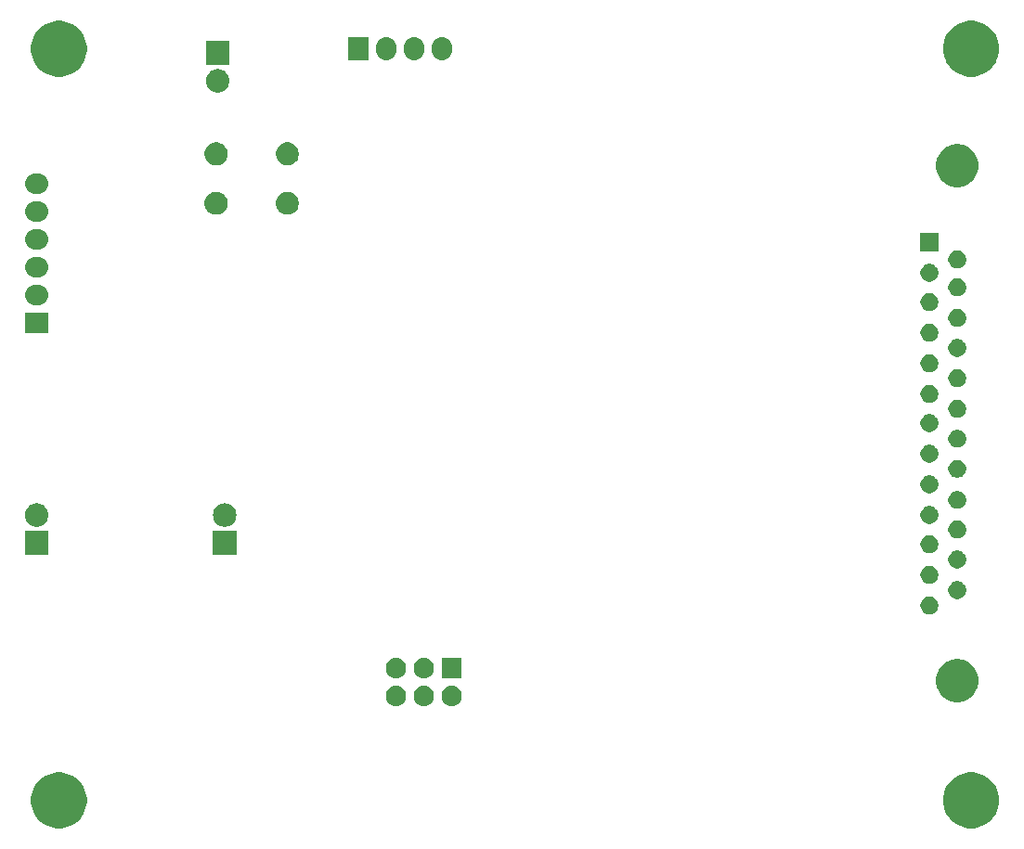
<source format=gbr>
G04 #@! TF.GenerationSoftware,KiCad,Pcbnew,(5.1.2-1)-1*
G04 #@! TF.CreationDate,2019-07-15T09:01:35+02:00*
G04 #@! TF.ProjectId,SmartParallel,536d6172-7450-4617-9261-6c6c656c2e6b,rev?*
G04 #@! TF.SameCoordinates,Original*
G04 #@! TF.FileFunction,Soldermask,Bot*
G04 #@! TF.FilePolarity,Negative*
%FSLAX46Y46*%
G04 Gerber Fmt 4.6, Leading zero omitted, Abs format (unit mm)*
G04 Created by KiCad (PCBNEW (5.1.2-1)-1) date 2019-07-15 09:01:35*
%MOMM*%
%LPD*%
G04 APERTURE LIST*
%ADD10C,0.100000*%
G04 APERTURE END LIST*
D10*
G36*
X213088098Y-96734033D02*
G01*
X213552350Y-96926332D01*
X213552352Y-96926333D01*
X213970168Y-97205509D01*
X214325491Y-97560832D01*
X214604667Y-97978648D01*
X214604668Y-97978650D01*
X214796967Y-98442902D01*
X214895000Y-98935747D01*
X214895000Y-99438253D01*
X214796967Y-99931098D01*
X214604668Y-100395350D01*
X214604667Y-100395352D01*
X214325491Y-100813168D01*
X213970168Y-101168491D01*
X213552352Y-101447667D01*
X213552351Y-101447668D01*
X213552350Y-101447668D01*
X213088098Y-101639967D01*
X212595253Y-101738000D01*
X212092747Y-101738000D01*
X211599902Y-101639967D01*
X211135650Y-101447668D01*
X211135649Y-101447668D01*
X211135648Y-101447667D01*
X210717832Y-101168491D01*
X210362509Y-100813168D01*
X210083333Y-100395352D01*
X210083332Y-100395350D01*
X209891033Y-99931098D01*
X209793000Y-99438253D01*
X209793000Y-98935747D01*
X209891033Y-98442902D01*
X210083332Y-97978650D01*
X210083333Y-97978648D01*
X210362509Y-97560832D01*
X210717832Y-97205509D01*
X211135648Y-96926333D01*
X211135650Y-96926332D01*
X211599902Y-96734033D01*
X212092747Y-96636000D01*
X212595253Y-96636000D01*
X213088098Y-96734033D01*
X213088098Y-96734033D01*
G37*
G36*
X129903098Y-96734033D02*
G01*
X130367350Y-96926332D01*
X130367352Y-96926333D01*
X130785168Y-97205509D01*
X131140491Y-97560832D01*
X131419667Y-97978648D01*
X131419668Y-97978650D01*
X131611967Y-98442902D01*
X131710000Y-98935747D01*
X131710000Y-99438253D01*
X131611967Y-99931098D01*
X131419668Y-100395350D01*
X131419667Y-100395352D01*
X131140491Y-100813168D01*
X130785168Y-101168491D01*
X130367352Y-101447667D01*
X130367351Y-101447668D01*
X130367350Y-101447668D01*
X129903098Y-101639967D01*
X129410253Y-101738000D01*
X128907747Y-101738000D01*
X128414902Y-101639967D01*
X127950650Y-101447668D01*
X127950649Y-101447668D01*
X127950648Y-101447667D01*
X127532832Y-101168491D01*
X127177509Y-100813168D01*
X126898333Y-100395352D01*
X126898332Y-100395350D01*
X126706033Y-99931098D01*
X126608000Y-99438253D01*
X126608000Y-98935747D01*
X126706033Y-98442902D01*
X126898332Y-97978650D01*
X126898333Y-97978648D01*
X127177509Y-97560832D01*
X127532832Y-97205509D01*
X127950648Y-96926333D01*
X127950650Y-96926332D01*
X128414902Y-96734033D01*
X128907747Y-96636000D01*
X129410253Y-96636000D01*
X129903098Y-96734033D01*
X129903098Y-96734033D01*
G37*
G36*
X165152294Y-88760633D02*
G01*
X165324695Y-88812931D01*
X165483583Y-88897858D01*
X165622849Y-89012151D01*
X165737142Y-89151417D01*
X165822069Y-89310305D01*
X165874367Y-89482706D01*
X165892025Y-89662000D01*
X165874367Y-89841294D01*
X165822069Y-90013695D01*
X165737142Y-90172583D01*
X165622849Y-90311849D01*
X165483583Y-90426142D01*
X165324695Y-90511069D01*
X165152294Y-90563367D01*
X165017931Y-90576600D01*
X164928069Y-90576600D01*
X164793706Y-90563367D01*
X164621305Y-90511069D01*
X164462417Y-90426142D01*
X164323151Y-90311849D01*
X164208858Y-90172583D01*
X164123931Y-90013695D01*
X164071633Y-89841294D01*
X164053975Y-89662000D01*
X164071633Y-89482706D01*
X164123931Y-89310305D01*
X164208858Y-89151417D01*
X164323151Y-89012151D01*
X164462417Y-88897858D01*
X164621305Y-88812931D01*
X164793706Y-88760633D01*
X164928069Y-88747400D01*
X165017931Y-88747400D01*
X165152294Y-88760633D01*
X165152294Y-88760633D01*
G37*
G36*
X162612294Y-88760633D02*
G01*
X162784695Y-88812931D01*
X162943583Y-88897858D01*
X163082849Y-89012151D01*
X163197142Y-89151417D01*
X163282069Y-89310305D01*
X163334367Y-89482706D01*
X163352025Y-89662000D01*
X163334367Y-89841294D01*
X163282069Y-90013695D01*
X163197142Y-90172583D01*
X163082849Y-90311849D01*
X162943583Y-90426142D01*
X162784695Y-90511069D01*
X162612294Y-90563367D01*
X162477931Y-90576600D01*
X162388069Y-90576600D01*
X162253706Y-90563367D01*
X162081305Y-90511069D01*
X161922417Y-90426142D01*
X161783151Y-90311849D01*
X161668858Y-90172583D01*
X161583931Y-90013695D01*
X161531633Y-89841294D01*
X161513975Y-89662000D01*
X161531633Y-89482706D01*
X161583931Y-89310305D01*
X161668858Y-89151417D01*
X161783151Y-89012151D01*
X161922417Y-88897858D01*
X162081305Y-88812931D01*
X162253706Y-88760633D01*
X162388069Y-88747400D01*
X162477931Y-88747400D01*
X162612294Y-88760633D01*
X162612294Y-88760633D01*
G37*
G36*
X160072294Y-88760633D02*
G01*
X160244695Y-88812931D01*
X160403583Y-88897858D01*
X160542849Y-89012151D01*
X160657142Y-89151417D01*
X160742069Y-89310305D01*
X160794367Y-89482706D01*
X160812025Y-89662000D01*
X160794367Y-89841294D01*
X160742069Y-90013695D01*
X160657142Y-90172583D01*
X160542849Y-90311849D01*
X160403583Y-90426142D01*
X160244695Y-90511069D01*
X160072294Y-90563367D01*
X159937931Y-90576600D01*
X159848069Y-90576600D01*
X159713706Y-90563367D01*
X159541305Y-90511069D01*
X159382417Y-90426142D01*
X159243151Y-90311849D01*
X159128858Y-90172583D01*
X159043931Y-90013695D01*
X158991633Y-89841294D01*
X158973975Y-89662000D01*
X158991633Y-89482706D01*
X159043931Y-89310305D01*
X159128858Y-89151417D01*
X159243151Y-89012151D01*
X159382417Y-88897858D01*
X159541305Y-88812931D01*
X159713706Y-88760633D01*
X159848069Y-88747400D01*
X159937931Y-88747400D01*
X160072294Y-88760633D01*
X160072294Y-88760633D01*
G37*
G36*
X211512275Y-86357858D02*
G01*
X211644544Y-86384168D01*
X211791991Y-86445243D01*
X212000512Y-86531615D01*
X212000513Y-86531616D01*
X212320877Y-86745676D01*
X212593324Y-87018123D01*
X212662732Y-87122000D01*
X212807385Y-87338488D01*
X212954832Y-87694457D01*
X213020257Y-88023367D01*
X213030000Y-88072351D01*
X213030000Y-88457649D01*
X212954832Y-88835544D01*
X212929020Y-88897859D01*
X212807385Y-89191512D01*
X212807384Y-89191513D01*
X212593324Y-89511877D01*
X212320877Y-89784324D01*
X212235615Y-89841294D01*
X212000512Y-89998385D01*
X211791991Y-90084757D01*
X211644544Y-90145832D01*
X211518579Y-90170888D01*
X211266651Y-90221000D01*
X210881349Y-90221000D01*
X210629421Y-90170888D01*
X210503456Y-90145832D01*
X210356009Y-90084757D01*
X210147488Y-89998385D01*
X209912385Y-89841294D01*
X209827123Y-89784324D01*
X209554676Y-89511877D01*
X209340616Y-89191513D01*
X209340615Y-89191512D01*
X209218980Y-88897859D01*
X209193168Y-88835544D01*
X209118000Y-88457649D01*
X209118000Y-88072351D01*
X209127744Y-88023367D01*
X209193168Y-87694457D01*
X209340615Y-87338488D01*
X209485268Y-87122000D01*
X209554676Y-87018123D01*
X209827123Y-86745676D01*
X210147487Y-86531616D01*
X210147488Y-86531615D01*
X210356009Y-86445243D01*
X210503456Y-86384168D01*
X210635725Y-86357858D01*
X210881349Y-86309000D01*
X211266651Y-86309000D01*
X211512275Y-86357858D01*
X211512275Y-86357858D01*
G37*
G36*
X165887600Y-88036600D02*
G01*
X164058400Y-88036600D01*
X164058400Y-86207400D01*
X165887600Y-86207400D01*
X165887600Y-88036600D01*
X165887600Y-88036600D01*
G37*
G36*
X162612294Y-86220633D02*
G01*
X162784695Y-86272931D01*
X162943583Y-86357858D01*
X163082849Y-86472151D01*
X163197142Y-86611417D01*
X163282069Y-86770305D01*
X163334367Y-86942706D01*
X163352025Y-87122000D01*
X163334367Y-87301294D01*
X163282069Y-87473695D01*
X163197142Y-87632583D01*
X163082849Y-87771849D01*
X162943583Y-87886142D01*
X162784695Y-87971069D01*
X162612294Y-88023367D01*
X162477931Y-88036600D01*
X162388069Y-88036600D01*
X162253706Y-88023367D01*
X162081305Y-87971069D01*
X161922417Y-87886142D01*
X161783151Y-87771849D01*
X161668858Y-87632583D01*
X161583931Y-87473695D01*
X161531633Y-87301294D01*
X161513975Y-87122000D01*
X161531633Y-86942706D01*
X161583931Y-86770305D01*
X161668858Y-86611417D01*
X161783151Y-86472151D01*
X161922417Y-86357858D01*
X162081305Y-86272931D01*
X162253706Y-86220633D01*
X162388069Y-86207400D01*
X162477931Y-86207400D01*
X162612294Y-86220633D01*
X162612294Y-86220633D01*
G37*
G36*
X160072294Y-86220633D02*
G01*
X160244695Y-86272931D01*
X160403583Y-86357858D01*
X160542849Y-86472151D01*
X160657142Y-86611417D01*
X160742069Y-86770305D01*
X160794367Y-86942706D01*
X160812025Y-87122000D01*
X160794367Y-87301294D01*
X160742069Y-87473695D01*
X160657142Y-87632583D01*
X160542849Y-87771849D01*
X160403583Y-87886142D01*
X160244695Y-87971069D01*
X160072294Y-88023367D01*
X159937931Y-88036600D01*
X159848069Y-88036600D01*
X159713706Y-88023367D01*
X159541305Y-87971069D01*
X159382417Y-87886142D01*
X159243151Y-87771849D01*
X159128858Y-87632583D01*
X159043931Y-87473695D01*
X158991633Y-87301294D01*
X158973975Y-87122000D01*
X158991633Y-86942706D01*
X159043931Y-86770305D01*
X159128858Y-86611417D01*
X159243151Y-86472151D01*
X159382417Y-86357858D01*
X159541305Y-86272931D01*
X159713706Y-86220633D01*
X159848069Y-86207400D01*
X159937931Y-86207400D01*
X160072294Y-86220633D01*
X160072294Y-86220633D01*
G37*
G36*
X208771142Y-80625242D02*
G01*
X208919101Y-80686529D01*
X209052255Y-80775499D01*
X209165501Y-80888745D01*
X209254471Y-81021899D01*
X209315758Y-81169858D01*
X209347000Y-81326925D01*
X209347000Y-81487075D01*
X209315758Y-81644142D01*
X209254471Y-81792101D01*
X209165501Y-81925255D01*
X209052255Y-82038501D01*
X208919101Y-82127471D01*
X208771142Y-82188758D01*
X208614075Y-82220000D01*
X208453925Y-82220000D01*
X208296858Y-82188758D01*
X208148899Y-82127471D01*
X208015745Y-82038501D01*
X207902499Y-81925255D01*
X207813529Y-81792101D01*
X207752242Y-81644142D01*
X207721000Y-81487075D01*
X207721000Y-81326925D01*
X207752242Y-81169858D01*
X207813529Y-81021899D01*
X207902499Y-80888745D01*
X208015745Y-80775499D01*
X208148899Y-80686529D01*
X208296858Y-80625242D01*
X208453925Y-80594000D01*
X208614075Y-80594000D01*
X208771142Y-80625242D01*
X208771142Y-80625242D01*
G37*
G36*
X211311142Y-79228242D02*
G01*
X211459101Y-79289529D01*
X211592255Y-79378499D01*
X211705501Y-79491745D01*
X211794471Y-79624899D01*
X211855758Y-79772858D01*
X211887000Y-79929925D01*
X211887000Y-80090075D01*
X211855758Y-80247142D01*
X211794471Y-80395101D01*
X211705501Y-80528255D01*
X211592255Y-80641501D01*
X211459101Y-80730471D01*
X211311142Y-80791758D01*
X211154075Y-80823000D01*
X210993925Y-80823000D01*
X210836858Y-80791758D01*
X210688899Y-80730471D01*
X210555745Y-80641501D01*
X210442499Y-80528255D01*
X210353529Y-80395101D01*
X210292242Y-80247142D01*
X210261000Y-80090075D01*
X210261000Y-79929925D01*
X210292242Y-79772858D01*
X210353529Y-79624899D01*
X210442499Y-79491745D01*
X210555745Y-79378499D01*
X210688899Y-79289529D01*
X210836858Y-79228242D01*
X210993925Y-79197000D01*
X211154075Y-79197000D01*
X211311142Y-79228242D01*
X211311142Y-79228242D01*
G37*
G36*
X208771142Y-77831242D02*
G01*
X208919101Y-77892529D01*
X209052255Y-77981499D01*
X209165501Y-78094745D01*
X209254471Y-78227899D01*
X209315758Y-78375858D01*
X209347000Y-78532925D01*
X209347000Y-78693075D01*
X209315758Y-78850142D01*
X209254471Y-78998101D01*
X209165501Y-79131255D01*
X209052255Y-79244501D01*
X208919101Y-79333471D01*
X208771142Y-79394758D01*
X208614075Y-79426000D01*
X208453925Y-79426000D01*
X208296858Y-79394758D01*
X208148899Y-79333471D01*
X208015745Y-79244501D01*
X207902499Y-79131255D01*
X207813529Y-78998101D01*
X207752242Y-78850142D01*
X207721000Y-78693075D01*
X207721000Y-78532925D01*
X207752242Y-78375858D01*
X207813529Y-78227899D01*
X207902499Y-78094745D01*
X208015745Y-77981499D01*
X208148899Y-77892529D01*
X208296858Y-77831242D01*
X208453925Y-77800000D01*
X208614075Y-77800000D01*
X208771142Y-77831242D01*
X208771142Y-77831242D01*
G37*
G36*
X211311142Y-76434242D02*
G01*
X211459101Y-76495529D01*
X211592255Y-76584499D01*
X211705501Y-76697745D01*
X211794471Y-76830899D01*
X211855758Y-76978858D01*
X211887000Y-77135925D01*
X211887000Y-77296075D01*
X211855758Y-77453142D01*
X211794471Y-77601101D01*
X211705501Y-77734255D01*
X211592255Y-77847501D01*
X211459101Y-77936471D01*
X211311142Y-77997758D01*
X211154075Y-78029000D01*
X210993925Y-78029000D01*
X210836858Y-77997758D01*
X210688899Y-77936471D01*
X210555745Y-77847501D01*
X210442499Y-77734255D01*
X210353529Y-77601101D01*
X210292242Y-77453142D01*
X210261000Y-77296075D01*
X210261000Y-77135925D01*
X210292242Y-76978858D01*
X210353529Y-76830899D01*
X210442499Y-76697745D01*
X210555745Y-76584499D01*
X210688899Y-76495529D01*
X210836858Y-76434242D01*
X210993925Y-76403000D01*
X211154075Y-76403000D01*
X211311142Y-76434242D01*
X211311142Y-76434242D01*
G37*
G36*
X145339000Y-76759000D02*
G01*
X143205000Y-76759000D01*
X143205000Y-74625000D01*
X145339000Y-74625000D01*
X145339000Y-76759000D01*
X145339000Y-76759000D01*
G37*
G36*
X128194000Y-76759000D02*
G01*
X126060000Y-76759000D01*
X126060000Y-74625000D01*
X128194000Y-74625000D01*
X128194000Y-76759000D01*
X128194000Y-76759000D01*
G37*
G36*
X208771142Y-75037242D02*
G01*
X208919101Y-75098529D01*
X209052255Y-75187499D01*
X209165501Y-75300745D01*
X209254471Y-75433899D01*
X209315758Y-75581858D01*
X209347000Y-75738925D01*
X209347000Y-75899075D01*
X209315758Y-76056142D01*
X209254471Y-76204101D01*
X209165501Y-76337255D01*
X209052255Y-76450501D01*
X208919101Y-76539471D01*
X208771142Y-76600758D01*
X208614075Y-76632000D01*
X208453925Y-76632000D01*
X208296858Y-76600758D01*
X208148899Y-76539471D01*
X208015745Y-76450501D01*
X207902499Y-76337255D01*
X207813529Y-76204101D01*
X207752242Y-76056142D01*
X207721000Y-75899075D01*
X207721000Y-75738925D01*
X207752242Y-75581858D01*
X207813529Y-75433899D01*
X207902499Y-75300745D01*
X208015745Y-75187499D01*
X208148899Y-75098529D01*
X208296858Y-75037242D01*
X208453925Y-75006000D01*
X208614075Y-75006000D01*
X208771142Y-75037242D01*
X208771142Y-75037242D01*
G37*
G36*
X211311142Y-73691042D02*
G01*
X211459101Y-73752329D01*
X211592255Y-73841299D01*
X211705501Y-73954545D01*
X211794471Y-74087699D01*
X211855758Y-74235658D01*
X211887000Y-74392725D01*
X211887000Y-74552875D01*
X211855758Y-74709942D01*
X211794471Y-74857901D01*
X211705501Y-74991055D01*
X211592255Y-75104301D01*
X211459101Y-75193271D01*
X211311142Y-75254558D01*
X211154075Y-75285800D01*
X210993925Y-75285800D01*
X210836858Y-75254558D01*
X210688899Y-75193271D01*
X210555745Y-75104301D01*
X210442499Y-74991055D01*
X210353529Y-74857901D01*
X210292242Y-74709942D01*
X210261000Y-74552875D01*
X210261000Y-74392725D01*
X210292242Y-74235658D01*
X210353529Y-74087699D01*
X210442499Y-73954545D01*
X210555745Y-73841299D01*
X210688899Y-73752329D01*
X210836858Y-73691042D01*
X210993925Y-73659800D01*
X211154075Y-73659800D01*
X211311142Y-73691042D01*
X211311142Y-73691042D01*
G37*
G36*
X127242114Y-72091176D02*
G01*
X127336168Y-72100439D01*
X127537299Y-72161451D01*
X127623110Y-72207318D01*
X127722661Y-72260529D01*
X127885133Y-72393867D01*
X128018471Y-72556339D01*
X128038280Y-72593400D01*
X128117549Y-72741701D01*
X128178561Y-72942832D01*
X128199162Y-73152000D01*
X128178561Y-73361168D01*
X128117549Y-73562299D01*
X128071682Y-73648110D01*
X128018471Y-73747661D01*
X127885133Y-73910133D01*
X127722661Y-74043471D01*
X127623110Y-74096682D01*
X127537299Y-74142549D01*
X127336168Y-74203561D01*
X127242114Y-74212824D01*
X127179413Y-74219000D01*
X127074587Y-74219000D01*
X127011886Y-74212824D01*
X126917832Y-74203561D01*
X126716701Y-74142549D01*
X126630890Y-74096682D01*
X126531339Y-74043471D01*
X126368867Y-73910133D01*
X126235529Y-73747661D01*
X126182318Y-73648110D01*
X126136451Y-73562299D01*
X126075439Y-73361168D01*
X126054838Y-73152000D01*
X126075439Y-72942832D01*
X126136451Y-72741701D01*
X126215720Y-72593400D01*
X126235529Y-72556339D01*
X126368867Y-72393867D01*
X126531339Y-72260529D01*
X126630890Y-72207318D01*
X126716701Y-72161451D01*
X126917832Y-72100439D01*
X127011886Y-72091176D01*
X127074587Y-72085000D01*
X127179413Y-72085000D01*
X127242114Y-72091176D01*
X127242114Y-72091176D01*
G37*
G36*
X144387114Y-72091176D02*
G01*
X144481168Y-72100439D01*
X144682299Y-72161451D01*
X144768110Y-72207318D01*
X144867661Y-72260529D01*
X145030133Y-72393867D01*
X145163471Y-72556339D01*
X145183280Y-72593400D01*
X145262549Y-72741701D01*
X145323561Y-72942832D01*
X145344162Y-73152000D01*
X145323561Y-73361168D01*
X145262549Y-73562299D01*
X145216682Y-73648110D01*
X145163471Y-73747661D01*
X145030133Y-73910133D01*
X144867661Y-74043471D01*
X144768110Y-74096682D01*
X144682299Y-74142549D01*
X144481168Y-74203561D01*
X144387114Y-74212824D01*
X144324413Y-74219000D01*
X144219587Y-74219000D01*
X144156886Y-74212824D01*
X144062832Y-74203561D01*
X143861701Y-74142549D01*
X143775890Y-74096682D01*
X143676339Y-74043471D01*
X143513867Y-73910133D01*
X143380529Y-73747661D01*
X143327318Y-73648110D01*
X143281451Y-73562299D01*
X143220439Y-73361168D01*
X143199838Y-73152000D01*
X143220439Y-72942832D01*
X143281451Y-72741701D01*
X143360720Y-72593400D01*
X143380529Y-72556339D01*
X143513867Y-72393867D01*
X143676339Y-72260529D01*
X143775890Y-72207318D01*
X143861701Y-72161451D01*
X144062832Y-72100439D01*
X144156886Y-72091176D01*
X144219587Y-72085000D01*
X144324413Y-72085000D01*
X144387114Y-72091176D01*
X144387114Y-72091176D01*
G37*
G36*
X208771142Y-72370242D02*
G01*
X208919101Y-72431529D01*
X209052255Y-72520499D01*
X209165501Y-72633745D01*
X209254471Y-72766899D01*
X209315758Y-72914858D01*
X209347000Y-73071925D01*
X209347000Y-73232075D01*
X209315758Y-73389142D01*
X209254471Y-73537101D01*
X209165501Y-73670255D01*
X209052255Y-73783501D01*
X208919101Y-73872471D01*
X208771142Y-73933758D01*
X208614075Y-73965000D01*
X208453925Y-73965000D01*
X208296858Y-73933758D01*
X208148899Y-73872471D01*
X208015745Y-73783501D01*
X207902499Y-73670255D01*
X207813529Y-73537101D01*
X207752242Y-73389142D01*
X207721000Y-73232075D01*
X207721000Y-73071925D01*
X207752242Y-72914858D01*
X207813529Y-72766899D01*
X207902499Y-72633745D01*
X208015745Y-72520499D01*
X208148899Y-72431529D01*
X208296858Y-72370242D01*
X208453925Y-72339000D01*
X208614075Y-72339000D01*
X208771142Y-72370242D01*
X208771142Y-72370242D01*
G37*
G36*
X211311142Y-70998642D02*
G01*
X211459101Y-71059929D01*
X211592255Y-71148899D01*
X211705501Y-71262145D01*
X211794471Y-71395299D01*
X211855758Y-71543258D01*
X211887000Y-71700325D01*
X211887000Y-71860475D01*
X211855758Y-72017542D01*
X211794471Y-72165501D01*
X211705501Y-72298655D01*
X211592255Y-72411901D01*
X211459101Y-72500871D01*
X211311142Y-72562158D01*
X211154075Y-72593400D01*
X210993925Y-72593400D01*
X210836858Y-72562158D01*
X210688899Y-72500871D01*
X210555745Y-72411901D01*
X210442499Y-72298655D01*
X210353529Y-72165501D01*
X210292242Y-72017542D01*
X210261000Y-71860475D01*
X210261000Y-71700325D01*
X210292242Y-71543258D01*
X210353529Y-71395299D01*
X210442499Y-71262145D01*
X210555745Y-71148899D01*
X210688899Y-71059929D01*
X210836858Y-70998642D01*
X210993925Y-70967400D01*
X211154075Y-70967400D01*
X211311142Y-70998642D01*
X211311142Y-70998642D01*
G37*
G36*
X208771142Y-69576242D02*
G01*
X208919101Y-69637529D01*
X209052255Y-69726499D01*
X209165501Y-69839745D01*
X209254471Y-69972899D01*
X209315758Y-70120858D01*
X209347000Y-70277925D01*
X209347000Y-70438075D01*
X209315758Y-70595142D01*
X209254471Y-70743101D01*
X209165501Y-70876255D01*
X209052255Y-70989501D01*
X208919101Y-71078471D01*
X208771142Y-71139758D01*
X208614075Y-71171000D01*
X208453925Y-71171000D01*
X208296858Y-71139758D01*
X208148899Y-71078471D01*
X208015745Y-70989501D01*
X207902499Y-70876255D01*
X207813529Y-70743101D01*
X207752242Y-70595142D01*
X207721000Y-70438075D01*
X207721000Y-70277925D01*
X207752242Y-70120858D01*
X207813529Y-69972899D01*
X207902499Y-69839745D01*
X208015745Y-69726499D01*
X208148899Y-69637529D01*
X208296858Y-69576242D01*
X208453925Y-69545000D01*
X208614075Y-69545000D01*
X208771142Y-69576242D01*
X208771142Y-69576242D01*
G37*
G36*
X211311142Y-68153842D02*
G01*
X211459101Y-68215129D01*
X211592255Y-68304099D01*
X211705501Y-68417345D01*
X211794471Y-68550499D01*
X211855758Y-68698458D01*
X211887000Y-68855525D01*
X211887000Y-69015675D01*
X211855758Y-69172742D01*
X211794471Y-69320701D01*
X211705501Y-69453855D01*
X211592255Y-69567101D01*
X211459101Y-69656071D01*
X211311142Y-69717358D01*
X211154075Y-69748600D01*
X210993925Y-69748600D01*
X210836858Y-69717358D01*
X210688899Y-69656071D01*
X210555745Y-69567101D01*
X210442499Y-69453855D01*
X210353529Y-69320701D01*
X210292242Y-69172742D01*
X210261000Y-69015675D01*
X210261000Y-68855525D01*
X210292242Y-68698458D01*
X210353529Y-68550499D01*
X210442499Y-68417345D01*
X210555745Y-68304099D01*
X210688899Y-68215129D01*
X210836858Y-68153842D01*
X210993925Y-68122600D01*
X211154075Y-68122600D01*
X211311142Y-68153842D01*
X211311142Y-68153842D01*
G37*
G36*
X208771142Y-66782242D02*
G01*
X208919101Y-66843529D01*
X209052255Y-66932499D01*
X209165501Y-67045745D01*
X209254471Y-67178899D01*
X209315758Y-67326858D01*
X209347000Y-67483925D01*
X209347000Y-67644075D01*
X209315758Y-67801142D01*
X209254471Y-67949101D01*
X209165501Y-68082255D01*
X209052255Y-68195501D01*
X208919101Y-68284471D01*
X208771142Y-68345758D01*
X208614075Y-68377000D01*
X208453925Y-68377000D01*
X208296858Y-68345758D01*
X208148899Y-68284471D01*
X208015745Y-68195501D01*
X207902499Y-68082255D01*
X207813529Y-67949101D01*
X207752242Y-67801142D01*
X207721000Y-67644075D01*
X207721000Y-67483925D01*
X207752242Y-67326858D01*
X207813529Y-67178899D01*
X207902499Y-67045745D01*
X208015745Y-66932499D01*
X208148899Y-66843529D01*
X208296858Y-66782242D01*
X208453925Y-66751000D01*
X208614075Y-66751000D01*
X208771142Y-66782242D01*
X208771142Y-66782242D01*
G37*
G36*
X211311142Y-65410642D02*
G01*
X211459101Y-65471929D01*
X211592255Y-65560899D01*
X211705501Y-65674145D01*
X211794471Y-65807299D01*
X211855758Y-65955258D01*
X211887000Y-66112325D01*
X211887000Y-66272475D01*
X211855758Y-66429542D01*
X211794471Y-66577501D01*
X211705501Y-66710655D01*
X211592255Y-66823901D01*
X211459101Y-66912871D01*
X211311142Y-66974158D01*
X211154075Y-67005400D01*
X210993925Y-67005400D01*
X210836858Y-66974158D01*
X210688899Y-66912871D01*
X210555745Y-66823901D01*
X210442499Y-66710655D01*
X210353529Y-66577501D01*
X210292242Y-66429542D01*
X210261000Y-66272475D01*
X210261000Y-66112325D01*
X210292242Y-65955258D01*
X210353529Y-65807299D01*
X210442499Y-65674145D01*
X210555745Y-65560899D01*
X210688899Y-65471929D01*
X210836858Y-65410642D01*
X210993925Y-65379400D01*
X211154075Y-65379400D01*
X211311142Y-65410642D01*
X211311142Y-65410642D01*
G37*
G36*
X208771142Y-63988242D02*
G01*
X208919101Y-64049529D01*
X209052255Y-64138499D01*
X209165501Y-64251745D01*
X209254471Y-64384899D01*
X209315758Y-64532858D01*
X209347000Y-64689925D01*
X209347000Y-64850075D01*
X209315758Y-65007142D01*
X209254471Y-65155101D01*
X209165501Y-65288255D01*
X209052255Y-65401501D01*
X208919101Y-65490471D01*
X208771142Y-65551758D01*
X208614075Y-65583000D01*
X208453925Y-65583000D01*
X208296858Y-65551758D01*
X208148899Y-65490471D01*
X208015745Y-65401501D01*
X207902499Y-65288255D01*
X207813529Y-65155101D01*
X207752242Y-65007142D01*
X207721000Y-64850075D01*
X207721000Y-64689925D01*
X207752242Y-64532858D01*
X207813529Y-64384899D01*
X207902499Y-64251745D01*
X208015745Y-64138499D01*
X208148899Y-64049529D01*
X208296858Y-63988242D01*
X208453925Y-63957000D01*
X208614075Y-63957000D01*
X208771142Y-63988242D01*
X208771142Y-63988242D01*
G37*
G36*
X211311142Y-62667442D02*
G01*
X211459101Y-62728729D01*
X211592255Y-62817699D01*
X211705501Y-62930945D01*
X211794471Y-63064099D01*
X211855758Y-63212058D01*
X211887000Y-63369125D01*
X211887000Y-63529275D01*
X211855758Y-63686342D01*
X211794471Y-63834301D01*
X211705501Y-63967455D01*
X211592255Y-64080701D01*
X211459101Y-64169671D01*
X211311142Y-64230958D01*
X211154075Y-64262200D01*
X210993925Y-64262200D01*
X210836858Y-64230958D01*
X210688899Y-64169671D01*
X210555745Y-64080701D01*
X210442499Y-63967455D01*
X210353529Y-63834301D01*
X210292242Y-63686342D01*
X210261000Y-63529275D01*
X210261000Y-63369125D01*
X210292242Y-63212058D01*
X210353529Y-63064099D01*
X210442499Y-62930945D01*
X210555745Y-62817699D01*
X210688899Y-62728729D01*
X210836858Y-62667442D01*
X210993925Y-62636200D01*
X211154075Y-62636200D01*
X211311142Y-62667442D01*
X211311142Y-62667442D01*
G37*
G36*
X208771142Y-61321242D02*
G01*
X208919101Y-61382529D01*
X209052255Y-61471499D01*
X209165501Y-61584745D01*
X209254471Y-61717899D01*
X209315758Y-61865858D01*
X209347000Y-62022925D01*
X209347000Y-62183075D01*
X209315758Y-62340142D01*
X209254471Y-62488101D01*
X209165501Y-62621255D01*
X209052255Y-62734501D01*
X208919101Y-62823471D01*
X208771142Y-62884758D01*
X208614075Y-62916000D01*
X208453925Y-62916000D01*
X208296858Y-62884758D01*
X208148899Y-62823471D01*
X208015745Y-62734501D01*
X207902499Y-62621255D01*
X207813529Y-62488101D01*
X207752242Y-62340142D01*
X207721000Y-62183075D01*
X207721000Y-62022925D01*
X207752242Y-61865858D01*
X207813529Y-61717899D01*
X207902499Y-61584745D01*
X208015745Y-61471499D01*
X208148899Y-61382529D01*
X208296858Y-61321242D01*
X208453925Y-61290000D01*
X208614075Y-61290000D01*
X208771142Y-61321242D01*
X208771142Y-61321242D01*
G37*
G36*
X211311142Y-59873442D02*
G01*
X211459101Y-59934729D01*
X211592255Y-60023699D01*
X211705501Y-60136945D01*
X211794471Y-60270099D01*
X211855758Y-60418058D01*
X211887000Y-60575125D01*
X211887000Y-60735275D01*
X211855758Y-60892342D01*
X211794471Y-61040301D01*
X211705501Y-61173455D01*
X211592255Y-61286701D01*
X211459101Y-61375671D01*
X211311142Y-61436958D01*
X211154075Y-61468200D01*
X210993925Y-61468200D01*
X210836858Y-61436958D01*
X210688899Y-61375671D01*
X210555745Y-61286701D01*
X210442499Y-61173455D01*
X210353529Y-61040301D01*
X210292242Y-60892342D01*
X210261000Y-60735275D01*
X210261000Y-60575125D01*
X210292242Y-60418058D01*
X210353529Y-60270099D01*
X210442499Y-60136945D01*
X210555745Y-60023699D01*
X210688899Y-59934729D01*
X210836858Y-59873442D01*
X210993925Y-59842200D01*
X211154075Y-59842200D01*
X211311142Y-59873442D01*
X211311142Y-59873442D01*
G37*
G36*
X208771142Y-58527242D02*
G01*
X208919101Y-58588529D01*
X209052255Y-58677499D01*
X209165501Y-58790745D01*
X209254471Y-58923899D01*
X209315758Y-59071858D01*
X209347000Y-59228925D01*
X209347000Y-59389075D01*
X209315758Y-59546142D01*
X209254471Y-59694101D01*
X209165501Y-59827255D01*
X209052255Y-59940501D01*
X208919101Y-60029471D01*
X208771142Y-60090758D01*
X208614075Y-60122000D01*
X208453925Y-60122000D01*
X208296858Y-60090758D01*
X208148899Y-60029471D01*
X208015745Y-59940501D01*
X207902499Y-59827255D01*
X207813529Y-59694101D01*
X207752242Y-59546142D01*
X207721000Y-59389075D01*
X207721000Y-59228925D01*
X207752242Y-59071858D01*
X207813529Y-58923899D01*
X207902499Y-58790745D01*
X208015745Y-58677499D01*
X208148899Y-58588529D01*
X208296858Y-58527242D01*
X208453925Y-58496000D01*
X208614075Y-58496000D01*
X208771142Y-58527242D01*
X208771142Y-58527242D01*
G37*
G36*
X211311142Y-57130242D02*
G01*
X211459101Y-57191529D01*
X211592255Y-57280499D01*
X211705501Y-57393745D01*
X211794471Y-57526899D01*
X211855758Y-57674858D01*
X211887000Y-57831925D01*
X211887000Y-57992075D01*
X211855758Y-58149142D01*
X211794471Y-58297101D01*
X211705501Y-58430255D01*
X211592255Y-58543501D01*
X211459101Y-58632471D01*
X211311142Y-58693758D01*
X211154075Y-58725000D01*
X210993925Y-58725000D01*
X210836858Y-58693758D01*
X210688899Y-58632471D01*
X210555745Y-58543501D01*
X210442499Y-58430255D01*
X210353529Y-58297101D01*
X210292242Y-58149142D01*
X210261000Y-57992075D01*
X210261000Y-57831925D01*
X210292242Y-57674858D01*
X210353529Y-57526899D01*
X210442499Y-57393745D01*
X210555745Y-57280499D01*
X210688899Y-57191529D01*
X210836858Y-57130242D01*
X210993925Y-57099000D01*
X211154075Y-57099000D01*
X211311142Y-57130242D01*
X211311142Y-57130242D01*
G37*
G36*
X208771142Y-55733242D02*
G01*
X208919101Y-55794529D01*
X209052255Y-55883499D01*
X209165501Y-55996745D01*
X209254471Y-56129899D01*
X209315758Y-56277858D01*
X209347000Y-56434925D01*
X209347000Y-56595075D01*
X209315758Y-56752142D01*
X209254471Y-56900101D01*
X209165501Y-57033255D01*
X209052255Y-57146501D01*
X208919101Y-57235471D01*
X208771142Y-57296758D01*
X208614075Y-57328000D01*
X208453925Y-57328000D01*
X208296858Y-57296758D01*
X208148899Y-57235471D01*
X208015745Y-57146501D01*
X207902499Y-57033255D01*
X207813529Y-56900101D01*
X207752242Y-56752142D01*
X207721000Y-56595075D01*
X207721000Y-56434925D01*
X207752242Y-56277858D01*
X207813529Y-56129899D01*
X207902499Y-55996745D01*
X208015745Y-55883499D01*
X208148899Y-55794529D01*
X208296858Y-55733242D01*
X208453925Y-55702000D01*
X208614075Y-55702000D01*
X208771142Y-55733242D01*
X208771142Y-55733242D01*
G37*
G36*
X128194000Y-56540600D02*
G01*
X126060000Y-56540600D01*
X126060000Y-54711400D01*
X128194000Y-54711400D01*
X128194000Y-56540600D01*
X128194000Y-56540600D01*
G37*
G36*
X211311142Y-54387042D02*
G01*
X211459101Y-54448329D01*
X211592255Y-54537299D01*
X211705501Y-54650545D01*
X211794471Y-54783699D01*
X211855758Y-54931658D01*
X211887000Y-55088725D01*
X211887000Y-55248875D01*
X211855758Y-55405942D01*
X211794471Y-55553901D01*
X211705501Y-55687055D01*
X211592255Y-55800301D01*
X211459101Y-55889271D01*
X211311142Y-55950558D01*
X211154075Y-55981800D01*
X210993925Y-55981800D01*
X210836858Y-55950558D01*
X210688899Y-55889271D01*
X210555745Y-55800301D01*
X210442499Y-55687055D01*
X210353529Y-55553901D01*
X210292242Y-55405942D01*
X210261000Y-55248875D01*
X210261000Y-55088725D01*
X210292242Y-54931658D01*
X210353529Y-54783699D01*
X210442499Y-54650545D01*
X210555745Y-54537299D01*
X210688899Y-54448329D01*
X210836858Y-54387042D01*
X210993925Y-54355800D01*
X211154075Y-54355800D01*
X211311142Y-54387042D01*
X211311142Y-54387042D01*
G37*
G36*
X208771142Y-52939242D02*
G01*
X208919101Y-53000529D01*
X209052255Y-53089499D01*
X209165501Y-53202745D01*
X209254471Y-53335899D01*
X209315758Y-53483858D01*
X209347000Y-53640925D01*
X209347000Y-53801075D01*
X209315758Y-53958142D01*
X209254471Y-54106101D01*
X209165501Y-54239255D01*
X209052255Y-54352501D01*
X208919101Y-54441471D01*
X208771142Y-54502758D01*
X208614075Y-54534000D01*
X208453925Y-54534000D01*
X208296858Y-54502758D01*
X208148899Y-54441471D01*
X208015745Y-54352501D01*
X207902499Y-54239255D01*
X207813529Y-54106101D01*
X207752242Y-53958142D01*
X207721000Y-53801075D01*
X207721000Y-53640925D01*
X207752242Y-53483858D01*
X207813529Y-53335899D01*
X207902499Y-53202745D01*
X208015745Y-53089499D01*
X208148899Y-53000529D01*
X208296858Y-52939242D01*
X208453925Y-52908000D01*
X208614075Y-52908000D01*
X208771142Y-52939242D01*
X208771142Y-52939242D01*
G37*
G36*
X127458694Y-52184633D02*
G01*
X127631095Y-52236931D01*
X127789983Y-52321858D01*
X127929249Y-52436151D01*
X128043542Y-52575417D01*
X128128469Y-52734305D01*
X128180767Y-52906706D01*
X128198425Y-53086000D01*
X128180767Y-53265294D01*
X128128469Y-53437695D01*
X128043542Y-53596583D01*
X127929249Y-53735849D01*
X127789983Y-53850142D01*
X127631095Y-53935069D01*
X127458694Y-53987367D01*
X127324331Y-54000600D01*
X126929669Y-54000600D01*
X126795306Y-53987367D01*
X126622905Y-53935069D01*
X126464017Y-53850142D01*
X126324751Y-53735849D01*
X126210458Y-53596583D01*
X126125531Y-53437695D01*
X126073233Y-53265294D01*
X126055575Y-53086000D01*
X126073233Y-52906706D01*
X126125531Y-52734305D01*
X126210458Y-52575417D01*
X126324751Y-52436151D01*
X126464017Y-52321858D01*
X126622905Y-52236931D01*
X126795306Y-52184633D01*
X126929669Y-52171400D01*
X127324331Y-52171400D01*
X127458694Y-52184633D01*
X127458694Y-52184633D01*
G37*
G36*
X211311142Y-51593042D02*
G01*
X211459101Y-51654329D01*
X211592255Y-51743299D01*
X211705501Y-51856545D01*
X211794471Y-51989699D01*
X211855758Y-52137658D01*
X211887000Y-52294725D01*
X211887000Y-52454875D01*
X211855758Y-52611942D01*
X211794471Y-52759901D01*
X211705501Y-52893055D01*
X211592255Y-53006301D01*
X211459101Y-53095271D01*
X211311142Y-53156558D01*
X211154075Y-53187800D01*
X210993925Y-53187800D01*
X210836858Y-53156558D01*
X210688899Y-53095271D01*
X210555745Y-53006301D01*
X210442499Y-52893055D01*
X210353529Y-52759901D01*
X210292242Y-52611942D01*
X210261000Y-52454875D01*
X210261000Y-52294725D01*
X210292242Y-52137658D01*
X210353529Y-51989699D01*
X210442499Y-51856545D01*
X210555745Y-51743299D01*
X210688899Y-51654329D01*
X210836858Y-51593042D01*
X210993925Y-51561800D01*
X211154075Y-51561800D01*
X211311142Y-51593042D01*
X211311142Y-51593042D01*
G37*
G36*
X208771142Y-50272242D02*
G01*
X208919101Y-50333529D01*
X209052255Y-50422499D01*
X209165501Y-50535745D01*
X209254471Y-50668899D01*
X209315758Y-50816858D01*
X209347000Y-50973925D01*
X209347000Y-51134075D01*
X209315758Y-51291142D01*
X209254471Y-51439101D01*
X209165501Y-51572255D01*
X209052255Y-51685501D01*
X208919101Y-51774471D01*
X208771142Y-51835758D01*
X208614075Y-51867000D01*
X208453925Y-51867000D01*
X208296858Y-51835758D01*
X208148899Y-51774471D01*
X208015745Y-51685501D01*
X207902499Y-51572255D01*
X207813529Y-51439101D01*
X207752242Y-51291142D01*
X207721000Y-51134075D01*
X207721000Y-50973925D01*
X207752242Y-50816858D01*
X207813529Y-50668899D01*
X207902499Y-50535745D01*
X208015745Y-50422499D01*
X208148899Y-50333529D01*
X208296858Y-50272242D01*
X208453925Y-50241000D01*
X208614075Y-50241000D01*
X208771142Y-50272242D01*
X208771142Y-50272242D01*
G37*
G36*
X127458694Y-49644633D02*
G01*
X127631095Y-49696931D01*
X127789983Y-49781858D01*
X127929249Y-49896151D01*
X128043542Y-50035417D01*
X128128469Y-50194305D01*
X128180767Y-50366706D01*
X128198425Y-50546000D01*
X128180767Y-50725294D01*
X128128469Y-50897695D01*
X128043542Y-51056583D01*
X127929249Y-51195849D01*
X127789983Y-51310142D01*
X127631095Y-51395069D01*
X127458694Y-51447367D01*
X127324331Y-51460600D01*
X126929669Y-51460600D01*
X126795306Y-51447367D01*
X126622905Y-51395069D01*
X126464017Y-51310142D01*
X126324751Y-51195849D01*
X126210458Y-51056583D01*
X126125531Y-50897695D01*
X126073233Y-50725294D01*
X126055575Y-50546000D01*
X126073233Y-50366706D01*
X126125531Y-50194305D01*
X126210458Y-50035417D01*
X126324751Y-49896151D01*
X126464017Y-49781858D01*
X126622905Y-49696931D01*
X126795306Y-49644633D01*
X126929669Y-49631400D01*
X127324331Y-49631400D01*
X127458694Y-49644633D01*
X127458694Y-49644633D01*
G37*
G36*
X211311142Y-49053042D02*
G01*
X211459101Y-49114329D01*
X211592255Y-49203299D01*
X211705501Y-49316545D01*
X211794471Y-49449699D01*
X211855758Y-49597658D01*
X211887000Y-49754725D01*
X211887000Y-49914875D01*
X211855758Y-50071942D01*
X211794471Y-50219901D01*
X211705501Y-50353055D01*
X211592255Y-50466301D01*
X211459101Y-50555271D01*
X211311142Y-50616558D01*
X211154075Y-50647800D01*
X210993925Y-50647800D01*
X210836858Y-50616558D01*
X210688899Y-50555271D01*
X210555745Y-50466301D01*
X210442499Y-50353055D01*
X210353529Y-50219901D01*
X210292242Y-50071942D01*
X210261000Y-49914875D01*
X210261000Y-49754725D01*
X210292242Y-49597658D01*
X210353529Y-49449699D01*
X210442499Y-49316545D01*
X210555745Y-49203299D01*
X210688899Y-49114329D01*
X210836858Y-49053042D01*
X210993925Y-49021800D01*
X211154075Y-49021800D01*
X211311142Y-49053042D01*
X211311142Y-49053042D01*
G37*
G36*
X209347000Y-49073000D02*
G01*
X207721000Y-49073000D01*
X207721000Y-47447000D01*
X209347000Y-47447000D01*
X209347000Y-49073000D01*
X209347000Y-49073000D01*
G37*
G36*
X127458694Y-47104633D02*
G01*
X127631095Y-47156931D01*
X127789983Y-47241858D01*
X127929249Y-47356151D01*
X128043542Y-47495417D01*
X128128469Y-47654305D01*
X128180767Y-47826706D01*
X128198425Y-48006000D01*
X128180767Y-48185294D01*
X128128469Y-48357695D01*
X128043542Y-48516583D01*
X127929249Y-48655849D01*
X127789983Y-48770142D01*
X127631095Y-48855069D01*
X127458694Y-48907367D01*
X127324331Y-48920600D01*
X126929669Y-48920600D01*
X126795306Y-48907367D01*
X126622905Y-48855069D01*
X126464017Y-48770142D01*
X126324751Y-48655849D01*
X126210458Y-48516583D01*
X126125531Y-48357695D01*
X126073233Y-48185294D01*
X126055575Y-48006000D01*
X126073233Y-47826706D01*
X126125531Y-47654305D01*
X126210458Y-47495417D01*
X126324751Y-47356151D01*
X126464017Y-47241858D01*
X126622905Y-47156931D01*
X126795306Y-47104633D01*
X126929669Y-47091400D01*
X127324331Y-47091400D01*
X127458694Y-47104633D01*
X127458694Y-47104633D01*
G37*
G36*
X127458694Y-44564633D02*
G01*
X127631095Y-44616931D01*
X127789983Y-44701858D01*
X127929249Y-44816151D01*
X128043542Y-44955417D01*
X128128469Y-45114305D01*
X128180767Y-45286706D01*
X128198425Y-45466000D01*
X128180767Y-45645294D01*
X128128469Y-45817695D01*
X128043542Y-45976583D01*
X127929249Y-46115849D01*
X127789983Y-46230142D01*
X127631095Y-46315069D01*
X127458694Y-46367367D01*
X127324331Y-46380600D01*
X126929669Y-46380600D01*
X126795306Y-46367367D01*
X126622905Y-46315069D01*
X126464017Y-46230142D01*
X126324751Y-46115849D01*
X126210458Y-45976583D01*
X126125531Y-45817695D01*
X126073233Y-45645294D01*
X126055575Y-45466000D01*
X126073233Y-45286706D01*
X126125531Y-45114305D01*
X126210458Y-44955417D01*
X126324751Y-44816151D01*
X126464017Y-44701858D01*
X126622905Y-44616931D01*
X126795306Y-44564633D01*
X126929669Y-44551400D01*
X127324331Y-44551400D01*
X127458694Y-44564633D01*
X127458694Y-44564633D01*
G37*
G36*
X143793564Y-43693389D02*
G01*
X143984833Y-43772615D01*
X143984835Y-43772616D01*
X144086580Y-43840600D01*
X144156973Y-43887635D01*
X144303365Y-44034027D01*
X144418385Y-44206167D01*
X144497611Y-44397436D01*
X144538000Y-44600484D01*
X144538000Y-44807516D01*
X144497611Y-45010564D01*
X144454640Y-45114305D01*
X144418384Y-45201835D01*
X144303365Y-45373973D01*
X144156973Y-45520365D01*
X143984835Y-45635384D01*
X143984834Y-45635385D01*
X143984833Y-45635385D01*
X143793564Y-45714611D01*
X143590516Y-45755000D01*
X143383484Y-45755000D01*
X143180436Y-45714611D01*
X142989167Y-45635385D01*
X142989166Y-45635385D01*
X142989165Y-45635384D01*
X142817027Y-45520365D01*
X142670635Y-45373973D01*
X142555616Y-45201835D01*
X142519360Y-45114305D01*
X142476389Y-45010564D01*
X142436000Y-44807516D01*
X142436000Y-44600484D01*
X142476389Y-44397436D01*
X142555615Y-44206167D01*
X142670635Y-44034027D01*
X142817027Y-43887635D01*
X142887420Y-43840600D01*
X142989165Y-43772616D01*
X142989167Y-43772615D01*
X143180436Y-43693389D01*
X143383484Y-43653000D01*
X143590516Y-43653000D01*
X143793564Y-43693389D01*
X143793564Y-43693389D01*
G37*
G36*
X150293564Y-43693389D02*
G01*
X150484833Y-43772615D01*
X150484835Y-43772616D01*
X150586580Y-43840600D01*
X150656973Y-43887635D01*
X150803365Y-44034027D01*
X150918385Y-44206167D01*
X150997611Y-44397436D01*
X151038000Y-44600484D01*
X151038000Y-44807516D01*
X150997611Y-45010564D01*
X150954640Y-45114305D01*
X150918384Y-45201835D01*
X150803365Y-45373973D01*
X150656973Y-45520365D01*
X150484835Y-45635384D01*
X150484834Y-45635385D01*
X150484833Y-45635385D01*
X150293564Y-45714611D01*
X150090516Y-45755000D01*
X149883484Y-45755000D01*
X149680436Y-45714611D01*
X149489167Y-45635385D01*
X149489166Y-45635385D01*
X149489165Y-45635384D01*
X149317027Y-45520365D01*
X149170635Y-45373973D01*
X149055616Y-45201835D01*
X149019360Y-45114305D01*
X148976389Y-45010564D01*
X148936000Y-44807516D01*
X148936000Y-44600484D01*
X148976389Y-44397436D01*
X149055615Y-44206167D01*
X149170635Y-44034027D01*
X149317027Y-43887635D01*
X149387420Y-43840600D01*
X149489165Y-43772616D01*
X149489167Y-43772615D01*
X149680436Y-43693389D01*
X149883484Y-43653000D01*
X150090516Y-43653000D01*
X150293564Y-43693389D01*
X150293564Y-43693389D01*
G37*
G36*
X127458694Y-42024633D02*
G01*
X127631095Y-42076931D01*
X127789983Y-42161858D01*
X127929249Y-42276151D01*
X128043542Y-42415417D01*
X128128469Y-42574305D01*
X128180767Y-42746706D01*
X128198425Y-42926000D01*
X128180767Y-43105294D01*
X128128469Y-43277695D01*
X128043542Y-43436583D01*
X127929249Y-43575849D01*
X127789983Y-43690142D01*
X127631095Y-43775069D01*
X127458694Y-43827367D01*
X127324331Y-43840600D01*
X126929669Y-43840600D01*
X126795306Y-43827367D01*
X126622905Y-43775069D01*
X126464017Y-43690142D01*
X126324751Y-43575849D01*
X126210458Y-43436583D01*
X126125531Y-43277695D01*
X126073233Y-43105294D01*
X126055575Y-42926000D01*
X126073233Y-42746706D01*
X126125531Y-42574305D01*
X126210458Y-42415417D01*
X126324751Y-42276151D01*
X126464017Y-42161858D01*
X126622905Y-42076931D01*
X126795306Y-42024633D01*
X126929669Y-42011400D01*
X127324331Y-42011400D01*
X127458694Y-42024633D01*
X127458694Y-42024633D01*
G37*
G36*
X211518579Y-39369112D02*
G01*
X211644544Y-39394168D01*
X211791991Y-39455243D01*
X212000512Y-39541615D01*
X212000513Y-39541616D01*
X212320877Y-39755676D01*
X212593324Y-40028123D01*
X212641674Y-40100484D01*
X212807385Y-40348488D01*
X212874519Y-40510564D01*
X212953746Y-40701833D01*
X212954832Y-40704457D01*
X213030000Y-41082349D01*
X213030000Y-41467651D01*
X212954832Y-41845543D01*
X212807385Y-42201512D01*
X212807384Y-42201513D01*
X212593324Y-42521877D01*
X212320877Y-42794324D01*
X212123810Y-42926000D01*
X212000512Y-43008385D01*
X211791991Y-43094757D01*
X211644544Y-43155832D01*
X211518579Y-43180888D01*
X211266651Y-43231000D01*
X210881349Y-43231000D01*
X210629421Y-43180888D01*
X210503456Y-43155832D01*
X210356009Y-43094757D01*
X210147488Y-43008385D01*
X210024190Y-42926000D01*
X209827123Y-42794324D01*
X209554676Y-42521877D01*
X209340616Y-42201513D01*
X209340615Y-42201512D01*
X209193168Y-41845543D01*
X209118000Y-41467651D01*
X209118000Y-41082349D01*
X209193168Y-40704457D01*
X209194255Y-40701833D01*
X209273481Y-40510564D01*
X209340615Y-40348488D01*
X209506326Y-40100484D01*
X209554676Y-40028123D01*
X209827123Y-39755676D01*
X210147487Y-39541616D01*
X210147488Y-39541615D01*
X210356009Y-39455243D01*
X210503456Y-39394168D01*
X210629421Y-39369112D01*
X210881349Y-39319000D01*
X211266651Y-39319000D01*
X211518579Y-39369112D01*
X211518579Y-39369112D01*
G37*
G36*
X150293564Y-39193389D02*
G01*
X150484833Y-39272615D01*
X150484835Y-39272616D01*
X150656973Y-39387635D01*
X150803365Y-39534027D01*
X150918385Y-39706167D01*
X150997611Y-39897436D01*
X151038000Y-40100484D01*
X151038000Y-40307516D01*
X150997611Y-40510564D01*
X150918385Y-40701833D01*
X150918384Y-40701835D01*
X150803365Y-40873973D01*
X150656973Y-41020365D01*
X150484835Y-41135384D01*
X150484834Y-41135385D01*
X150484833Y-41135385D01*
X150293564Y-41214611D01*
X150090516Y-41255000D01*
X149883484Y-41255000D01*
X149680436Y-41214611D01*
X149489167Y-41135385D01*
X149489166Y-41135385D01*
X149489165Y-41135384D01*
X149317027Y-41020365D01*
X149170635Y-40873973D01*
X149055616Y-40701835D01*
X149055615Y-40701833D01*
X148976389Y-40510564D01*
X148936000Y-40307516D01*
X148936000Y-40100484D01*
X148976389Y-39897436D01*
X149055615Y-39706167D01*
X149170635Y-39534027D01*
X149317027Y-39387635D01*
X149489165Y-39272616D01*
X149489167Y-39272615D01*
X149680436Y-39193389D01*
X149883484Y-39153000D01*
X150090516Y-39153000D01*
X150293564Y-39193389D01*
X150293564Y-39193389D01*
G37*
G36*
X143793564Y-39193389D02*
G01*
X143984833Y-39272615D01*
X143984835Y-39272616D01*
X144156973Y-39387635D01*
X144303365Y-39534027D01*
X144418385Y-39706167D01*
X144497611Y-39897436D01*
X144538000Y-40100484D01*
X144538000Y-40307516D01*
X144497611Y-40510564D01*
X144418385Y-40701833D01*
X144418384Y-40701835D01*
X144303365Y-40873973D01*
X144156973Y-41020365D01*
X143984835Y-41135384D01*
X143984834Y-41135385D01*
X143984833Y-41135385D01*
X143793564Y-41214611D01*
X143590516Y-41255000D01*
X143383484Y-41255000D01*
X143180436Y-41214611D01*
X142989167Y-41135385D01*
X142989166Y-41135385D01*
X142989165Y-41135384D01*
X142817027Y-41020365D01*
X142670635Y-40873973D01*
X142555616Y-40701835D01*
X142555615Y-40701833D01*
X142476389Y-40510564D01*
X142436000Y-40307516D01*
X142436000Y-40100484D01*
X142476389Y-39897436D01*
X142555615Y-39706167D01*
X142670635Y-39534027D01*
X142817027Y-39387635D01*
X142989165Y-39272616D01*
X142989167Y-39272615D01*
X143180436Y-39193389D01*
X143383484Y-39153000D01*
X143590516Y-39153000D01*
X143793564Y-39193389D01*
X143793564Y-39193389D01*
G37*
G36*
X143752114Y-32467176D02*
G01*
X143846168Y-32476439D01*
X144047299Y-32537451D01*
X144133110Y-32583318D01*
X144232661Y-32636529D01*
X144395133Y-32769867D01*
X144528471Y-32932339D01*
X144581682Y-33031890D01*
X144627549Y-33117701D01*
X144688561Y-33318832D01*
X144709162Y-33528000D01*
X144688561Y-33737168D01*
X144627549Y-33938299D01*
X144581682Y-34024110D01*
X144528471Y-34123661D01*
X144395133Y-34286133D01*
X144232661Y-34419471D01*
X144133110Y-34472682D01*
X144047299Y-34518549D01*
X143846168Y-34579561D01*
X143752114Y-34588824D01*
X143689413Y-34595000D01*
X143584587Y-34595000D01*
X143521886Y-34588824D01*
X143427832Y-34579561D01*
X143226701Y-34518549D01*
X143140890Y-34472682D01*
X143041339Y-34419471D01*
X142878867Y-34286133D01*
X142745529Y-34123661D01*
X142692318Y-34024110D01*
X142646451Y-33938299D01*
X142585439Y-33737168D01*
X142564838Y-33528000D01*
X142585439Y-33318832D01*
X142646451Y-33117701D01*
X142692318Y-33031890D01*
X142745529Y-32932339D01*
X142878867Y-32769867D01*
X143041339Y-32636529D01*
X143140890Y-32583318D01*
X143226701Y-32537451D01*
X143427832Y-32476439D01*
X143521886Y-32467176D01*
X143584587Y-32461000D01*
X143689413Y-32461000D01*
X143752114Y-32467176D01*
X143752114Y-32467176D01*
G37*
G36*
X213088098Y-28154033D02*
G01*
X213552350Y-28346332D01*
X213552352Y-28346333D01*
X213970168Y-28625509D01*
X214325491Y-28980832D01*
X214604667Y-29398648D01*
X214604668Y-29398650D01*
X214796967Y-29862902D01*
X214895000Y-30355747D01*
X214895000Y-30858253D01*
X214796967Y-31351098D01*
X214668698Y-31660767D01*
X214604667Y-31815352D01*
X214325491Y-32233168D01*
X213970168Y-32588491D01*
X213552352Y-32867667D01*
X213552351Y-32867668D01*
X213552350Y-32867668D01*
X213088098Y-33059967D01*
X212595253Y-33158000D01*
X212092747Y-33158000D01*
X211599902Y-33059967D01*
X211135650Y-32867668D01*
X211135649Y-32867668D01*
X211135648Y-32867667D01*
X210717832Y-32588491D01*
X210362509Y-32233168D01*
X210083333Y-31815352D01*
X210019302Y-31660767D01*
X209891033Y-31351098D01*
X209793000Y-30858253D01*
X209793000Y-30355747D01*
X209891033Y-29862902D01*
X210083332Y-29398650D01*
X210083333Y-29398648D01*
X210362509Y-28980832D01*
X210717832Y-28625509D01*
X211135648Y-28346333D01*
X211135650Y-28346332D01*
X211599902Y-28154033D01*
X212092747Y-28056000D01*
X212595253Y-28056000D01*
X213088098Y-28154033D01*
X213088098Y-28154033D01*
G37*
G36*
X129903098Y-28154033D02*
G01*
X130367350Y-28346332D01*
X130367352Y-28346333D01*
X130785168Y-28625509D01*
X131140491Y-28980832D01*
X131419667Y-29398648D01*
X131419668Y-29398650D01*
X131611967Y-29862902D01*
X131710000Y-30355747D01*
X131710000Y-30858253D01*
X131611967Y-31351098D01*
X131483698Y-31660767D01*
X131419667Y-31815352D01*
X131140491Y-32233168D01*
X130785168Y-32588491D01*
X130367352Y-32867667D01*
X130367351Y-32867668D01*
X130367350Y-32867668D01*
X129903098Y-33059967D01*
X129410253Y-33158000D01*
X128907747Y-33158000D01*
X128414902Y-33059967D01*
X127950650Y-32867668D01*
X127950649Y-32867668D01*
X127950648Y-32867667D01*
X127532832Y-32588491D01*
X127177509Y-32233168D01*
X126898333Y-31815352D01*
X126834302Y-31660767D01*
X126706033Y-31351098D01*
X126608000Y-30858253D01*
X126608000Y-30355747D01*
X126706033Y-29862902D01*
X126898332Y-29398650D01*
X126898333Y-29398648D01*
X127177509Y-28980832D01*
X127532832Y-28625509D01*
X127950648Y-28346333D01*
X127950650Y-28346332D01*
X128414902Y-28154033D01*
X128907747Y-28056000D01*
X129410253Y-28056000D01*
X129903098Y-28154033D01*
X129903098Y-28154033D01*
G37*
G36*
X144704000Y-32055000D02*
G01*
X142570000Y-32055000D01*
X142570000Y-29921000D01*
X144704000Y-29921000D01*
X144704000Y-32055000D01*
X144704000Y-32055000D01*
G37*
G36*
X159183293Y-29553233D02*
G01*
X159355694Y-29605531D01*
X159514583Y-29690458D01*
X159653849Y-29804751D01*
X159768142Y-29944017D01*
X159853069Y-30102905D01*
X159905367Y-30275306D01*
X159918600Y-30409669D01*
X159918600Y-30804330D01*
X159905367Y-30938693D01*
X159853069Y-31111094D01*
X159768142Y-31269983D01*
X159653849Y-31409249D01*
X159514583Y-31523542D01*
X159355695Y-31608469D01*
X159183294Y-31660767D01*
X159004000Y-31678425D01*
X158824707Y-31660767D01*
X158652306Y-31608469D01*
X158493418Y-31523542D01*
X158354152Y-31409249D01*
X158239858Y-31269982D01*
X158154931Y-31111095D01*
X158102633Y-30938694D01*
X158089400Y-30804331D01*
X158089400Y-30409670D01*
X158102633Y-30275307D01*
X158154931Y-30102906D01*
X158239858Y-29944017D01*
X158354151Y-29804751D01*
X158493417Y-29690458D01*
X158652305Y-29605531D01*
X158824706Y-29553233D01*
X159004000Y-29535575D01*
X159183293Y-29553233D01*
X159183293Y-29553233D01*
G37*
G36*
X161723293Y-29553233D02*
G01*
X161895694Y-29605531D01*
X162054583Y-29690458D01*
X162193849Y-29804751D01*
X162308142Y-29944017D01*
X162393069Y-30102905D01*
X162445367Y-30275306D01*
X162458600Y-30409669D01*
X162458600Y-30804330D01*
X162445367Y-30938693D01*
X162393069Y-31111094D01*
X162308142Y-31269983D01*
X162193849Y-31409249D01*
X162054583Y-31523542D01*
X161895695Y-31608469D01*
X161723294Y-31660767D01*
X161544000Y-31678425D01*
X161364707Y-31660767D01*
X161192306Y-31608469D01*
X161033418Y-31523542D01*
X160894152Y-31409249D01*
X160779858Y-31269982D01*
X160694931Y-31111095D01*
X160642633Y-30938694D01*
X160629400Y-30804331D01*
X160629400Y-30409670D01*
X160642633Y-30275307D01*
X160694931Y-30102906D01*
X160779858Y-29944017D01*
X160894151Y-29804751D01*
X161033417Y-29690458D01*
X161192305Y-29605531D01*
X161364706Y-29553233D01*
X161544000Y-29535575D01*
X161723293Y-29553233D01*
X161723293Y-29553233D01*
G37*
G36*
X164263293Y-29553233D02*
G01*
X164435694Y-29605531D01*
X164594583Y-29690458D01*
X164733849Y-29804751D01*
X164848142Y-29944017D01*
X164933069Y-30102905D01*
X164985367Y-30275306D01*
X164998600Y-30409669D01*
X164998600Y-30804330D01*
X164985367Y-30938693D01*
X164933069Y-31111094D01*
X164848142Y-31269983D01*
X164733849Y-31409249D01*
X164594583Y-31523542D01*
X164435695Y-31608469D01*
X164263294Y-31660767D01*
X164084000Y-31678425D01*
X163904707Y-31660767D01*
X163732306Y-31608469D01*
X163573418Y-31523542D01*
X163434152Y-31409249D01*
X163319858Y-31269982D01*
X163234931Y-31111095D01*
X163182633Y-30938694D01*
X163169400Y-30804331D01*
X163169400Y-30409670D01*
X163182633Y-30275307D01*
X163234931Y-30102906D01*
X163319858Y-29944017D01*
X163434151Y-29804751D01*
X163573417Y-29690458D01*
X163732305Y-29605531D01*
X163904706Y-29553233D01*
X164084000Y-29535575D01*
X164263293Y-29553233D01*
X164263293Y-29553233D01*
G37*
G36*
X157378600Y-31674000D02*
G01*
X155549400Y-31674000D01*
X155549400Y-29540000D01*
X157378600Y-29540000D01*
X157378600Y-31674000D01*
X157378600Y-31674000D01*
G37*
M02*

</source>
